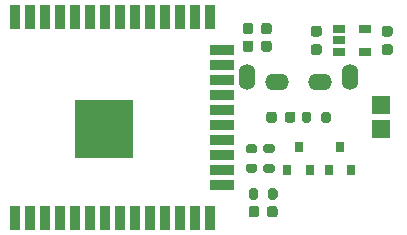
<source format=gts>
G04 #@! TF.GenerationSoftware,KiCad,Pcbnew,(5.1.10)-1*
G04 #@! TF.CreationDate,2021-10-28T01:20:31+09:00*
G04 #@! TF.ProjectId,cat_tracker,6361745f-7472-4616-936b-65722e6b6963,rev?*
G04 #@! TF.SameCoordinates,Original*
G04 #@! TF.FileFunction,Soldermask,Top*
G04 #@! TF.FilePolarity,Negative*
%FSLAX46Y46*%
G04 Gerber Fmt 4.6, Leading zero omitted, Abs format (unit mm)*
G04 Created by KiCad (PCBNEW (5.1.10)-1) date 2021-10-28 01:20:31*
%MOMM*%
%LPD*%
G01*
G04 APERTURE LIST*
%ADD10O,2.000000X1.400000*%
%ADD11O,1.400000X2.200000*%
%ADD12R,0.800000X0.900000*%
%ADD13R,0.900000X2.000000*%
%ADD14R,2.000000X0.900000*%
%ADD15R,5.000000X5.000000*%
%ADD16R,1.060000X0.650000*%
%ADD17R,1.500000X1.500000*%
G04 APERTURE END LIST*
D10*
X54200000Y-36500000D03*
X57800000Y-36500000D03*
D11*
X51675000Y-36100000D03*
X60325000Y-36100000D03*
G36*
G01*
X53775000Y-42575000D02*
X53225000Y-42575000D01*
G75*
G02*
X53025000Y-42375000I0J200000D01*
G01*
X53025000Y-41975000D01*
G75*
G02*
X53225000Y-41775000I200000J0D01*
G01*
X53775000Y-41775000D01*
G75*
G02*
X53975000Y-41975000I0J-200000D01*
G01*
X53975000Y-42375000D01*
G75*
G02*
X53775000Y-42575000I-200000J0D01*
G01*
G37*
G36*
G01*
X53775000Y-44225000D02*
X53225000Y-44225000D01*
G75*
G02*
X53025000Y-44025000I0J200000D01*
G01*
X53025000Y-43625000D01*
G75*
G02*
X53225000Y-43425000I200000J0D01*
G01*
X53775000Y-43425000D01*
G75*
G02*
X53975000Y-43625000I0J-200000D01*
G01*
X53975000Y-44025000D01*
G75*
G02*
X53775000Y-44225000I-200000J0D01*
G01*
G37*
G36*
G01*
X52275000Y-42575000D02*
X51725000Y-42575000D01*
G75*
G02*
X51525000Y-42375000I0J200000D01*
G01*
X51525000Y-41975000D01*
G75*
G02*
X51725000Y-41775000I200000J0D01*
G01*
X52275000Y-41775000D01*
G75*
G02*
X52475000Y-41975000I0J-200000D01*
G01*
X52475000Y-42375000D01*
G75*
G02*
X52275000Y-42575000I-200000J0D01*
G01*
G37*
G36*
G01*
X52275000Y-44225000D02*
X51725000Y-44225000D01*
G75*
G02*
X51525000Y-44025000I0J200000D01*
G01*
X51525000Y-43625000D01*
G75*
G02*
X51725000Y-43425000I200000J0D01*
G01*
X52275000Y-43425000D01*
G75*
G02*
X52475000Y-43625000I0J-200000D01*
G01*
X52475000Y-44025000D01*
G75*
G02*
X52275000Y-44225000I-200000J0D01*
G01*
G37*
G36*
G01*
X53425000Y-46275000D02*
X53425000Y-45725000D01*
G75*
G02*
X53625000Y-45525000I200000J0D01*
G01*
X54025000Y-45525000D01*
G75*
G02*
X54225000Y-45725000I0J-200000D01*
G01*
X54225000Y-46275000D01*
G75*
G02*
X54025000Y-46475000I-200000J0D01*
G01*
X53625000Y-46475000D01*
G75*
G02*
X53425000Y-46275000I0J200000D01*
G01*
G37*
G36*
G01*
X51775000Y-46275000D02*
X51775000Y-45725000D01*
G75*
G02*
X51975000Y-45525000I200000J0D01*
G01*
X52375000Y-45525000D01*
G75*
G02*
X52575000Y-45725000I0J-200000D01*
G01*
X52575000Y-46275000D01*
G75*
G02*
X52375000Y-46475000I-200000J0D01*
G01*
X51975000Y-46475000D01*
G75*
G02*
X51775000Y-46275000I0J200000D01*
G01*
G37*
G36*
G01*
X57925000Y-39775000D02*
X57925000Y-39225000D01*
G75*
G02*
X58125000Y-39025000I200000J0D01*
G01*
X58525000Y-39025000D01*
G75*
G02*
X58725000Y-39225000I0J-200000D01*
G01*
X58725000Y-39775000D01*
G75*
G02*
X58525000Y-39975000I-200000J0D01*
G01*
X58125000Y-39975000D01*
G75*
G02*
X57925000Y-39775000I0J200000D01*
G01*
G37*
G36*
G01*
X56275000Y-39775000D02*
X56275000Y-39225000D01*
G75*
G02*
X56475000Y-39025000I200000J0D01*
G01*
X56875000Y-39025000D01*
G75*
G02*
X57075000Y-39225000I0J-200000D01*
G01*
X57075000Y-39775000D01*
G75*
G02*
X56875000Y-39975000I-200000J0D01*
G01*
X56475000Y-39975000D01*
G75*
G02*
X56275000Y-39775000I0J200000D01*
G01*
G37*
D12*
X56000000Y-42000000D03*
X56950000Y-44000000D03*
X55050000Y-44000000D03*
X59500000Y-42000000D03*
X60450000Y-44000000D03*
X58550000Y-44000000D03*
G36*
G01*
X54150000Y-39243750D02*
X54150000Y-39756250D01*
G75*
G02*
X53931250Y-39975000I-218750J0D01*
G01*
X53493750Y-39975000D01*
G75*
G02*
X53275000Y-39756250I0J218750D01*
G01*
X53275000Y-39243750D01*
G75*
G02*
X53493750Y-39025000I218750J0D01*
G01*
X53931250Y-39025000D01*
G75*
G02*
X54150000Y-39243750I0J-218750D01*
G01*
G37*
G36*
G01*
X55725000Y-39243750D02*
X55725000Y-39756250D01*
G75*
G02*
X55506250Y-39975000I-218750J0D01*
G01*
X55068750Y-39975000D01*
G75*
G02*
X54850000Y-39756250I0J218750D01*
G01*
X54850000Y-39243750D01*
G75*
G02*
X55068750Y-39025000I218750J0D01*
G01*
X55506250Y-39025000D01*
G75*
G02*
X55725000Y-39243750I0J-218750D01*
G01*
G37*
G36*
G01*
X52675000Y-47250000D02*
X52675000Y-47750000D01*
G75*
G02*
X52450000Y-47975000I-225000J0D01*
G01*
X52000000Y-47975000D01*
G75*
G02*
X51775000Y-47750000I0J225000D01*
G01*
X51775000Y-47250000D01*
G75*
G02*
X52000000Y-47025000I225000J0D01*
G01*
X52450000Y-47025000D01*
G75*
G02*
X52675000Y-47250000I0J-225000D01*
G01*
G37*
G36*
G01*
X54225000Y-47250000D02*
X54225000Y-47750000D01*
G75*
G02*
X54000000Y-47975000I-225000J0D01*
G01*
X53550000Y-47975000D01*
G75*
G02*
X53325000Y-47750000I0J225000D01*
G01*
X53325000Y-47250000D01*
G75*
G02*
X53550000Y-47025000I225000J0D01*
G01*
X54000000Y-47025000D01*
G75*
G02*
X54225000Y-47250000I0J-225000D01*
G01*
G37*
G36*
G01*
X63750000Y-32675000D02*
X63250000Y-32675000D01*
G75*
G02*
X63025000Y-32450000I0J225000D01*
G01*
X63025000Y-32000000D01*
G75*
G02*
X63250000Y-31775000I225000J0D01*
G01*
X63750000Y-31775000D01*
G75*
G02*
X63975000Y-32000000I0J-225000D01*
G01*
X63975000Y-32450000D01*
G75*
G02*
X63750000Y-32675000I-225000J0D01*
G01*
G37*
G36*
G01*
X63750000Y-34225000D02*
X63250000Y-34225000D01*
G75*
G02*
X63025000Y-34000000I0J225000D01*
G01*
X63025000Y-33550000D01*
G75*
G02*
X63250000Y-33325000I225000J0D01*
G01*
X63750000Y-33325000D01*
G75*
G02*
X63975000Y-33550000I0J-225000D01*
G01*
X63975000Y-34000000D01*
G75*
G02*
X63750000Y-34225000I-225000J0D01*
G01*
G37*
G36*
G01*
X57250000Y-33325000D02*
X57750000Y-33325000D01*
G75*
G02*
X57975000Y-33550000I0J-225000D01*
G01*
X57975000Y-34000000D01*
G75*
G02*
X57750000Y-34225000I-225000J0D01*
G01*
X57250000Y-34225000D01*
G75*
G02*
X57025000Y-34000000I0J225000D01*
G01*
X57025000Y-33550000D01*
G75*
G02*
X57250000Y-33325000I225000J0D01*
G01*
G37*
G36*
G01*
X57250000Y-31775000D02*
X57750000Y-31775000D01*
G75*
G02*
X57975000Y-32000000I0J-225000D01*
G01*
X57975000Y-32450000D01*
G75*
G02*
X57750000Y-32675000I-225000J0D01*
G01*
X57250000Y-32675000D01*
G75*
G02*
X57025000Y-32450000I0J225000D01*
G01*
X57025000Y-32000000D01*
G75*
G02*
X57250000Y-31775000I225000J0D01*
G01*
G37*
G36*
G01*
X52175000Y-31750000D02*
X52175000Y-32250000D01*
G75*
G02*
X51950000Y-32475000I-225000J0D01*
G01*
X51500000Y-32475000D01*
G75*
G02*
X51275000Y-32250000I0J225000D01*
G01*
X51275000Y-31750000D01*
G75*
G02*
X51500000Y-31525000I225000J0D01*
G01*
X51950000Y-31525000D01*
G75*
G02*
X52175000Y-31750000I0J-225000D01*
G01*
G37*
G36*
G01*
X53725000Y-31750000D02*
X53725000Y-32250000D01*
G75*
G02*
X53500000Y-32475000I-225000J0D01*
G01*
X53050000Y-32475000D01*
G75*
G02*
X52825000Y-32250000I0J225000D01*
G01*
X52825000Y-31750000D01*
G75*
G02*
X53050000Y-31525000I225000J0D01*
G01*
X53500000Y-31525000D01*
G75*
G02*
X53725000Y-31750000I0J-225000D01*
G01*
G37*
G36*
G01*
X52175000Y-33250000D02*
X52175000Y-33750000D01*
G75*
G02*
X51950000Y-33975000I-225000J0D01*
G01*
X51500000Y-33975000D01*
G75*
G02*
X51275000Y-33750000I0J225000D01*
G01*
X51275000Y-33250000D01*
G75*
G02*
X51500000Y-33025000I225000J0D01*
G01*
X51950000Y-33025000D01*
G75*
G02*
X52175000Y-33250000I0J-225000D01*
G01*
G37*
G36*
G01*
X53725000Y-33250000D02*
X53725000Y-33750000D01*
G75*
G02*
X53500000Y-33975000I-225000J0D01*
G01*
X53050000Y-33975000D01*
G75*
G02*
X52825000Y-33750000I0J225000D01*
G01*
X52825000Y-33250000D01*
G75*
G02*
X53050000Y-33025000I225000J0D01*
G01*
X53500000Y-33025000D01*
G75*
G02*
X53725000Y-33250000I0J-225000D01*
G01*
G37*
D13*
X31995000Y-31000000D03*
X33265000Y-31000000D03*
X34535000Y-31000000D03*
X35805000Y-31000000D03*
X37075000Y-31000000D03*
X38345000Y-31000000D03*
X39615000Y-31000000D03*
X40885000Y-31000000D03*
X42155000Y-31000000D03*
X43425000Y-31000000D03*
X44695000Y-31000000D03*
X45965000Y-31000000D03*
X47235000Y-31000000D03*
X48505000Y-31000000D03*
D14*
X49505000Y-33785000D03*
X49505000Y-35055000D03*
X49505000Y-36325000D03*
X49505000Y-37595000D03*
X49505000Y-38865000D03*
X49505000Y-40135000D03*
X49505000Y-41405000D03*
X49505000Y-42675000D03*
X49505000Y-43945000D03*
X49505000Y-45215000D03*
D13*
X48505000Y-48000000D03*
X47235000Y-48000000D03*
X45965000Y-48000000D03*
X44695000Y-48000000D03*
X43425000Y-48000000D03*
X42155000Y-48000000D03*
X40885000Y-48000000D03*
X39615000Y-48000000D03*
X38345000Y-48000000D03*
X37075000Y-48000000D03*
X35805000Y-48000000D03*
X34535000Y-48000000D03*
X33265000Y-48000000D03*
X31995000Y-48000000D03*
D15*
X39495000Y-40500000D03*
D16*
X61600000Y-32050000D03*
X61600000Y-33950000D03*
X59400000Y-33950000D03*
X59400000Y-33000000D03*
X59400000Y-32050000D03*
D17*
X63000000Y-38500000D03*
X63000000Y-40500000D03*
M02*

</source>
